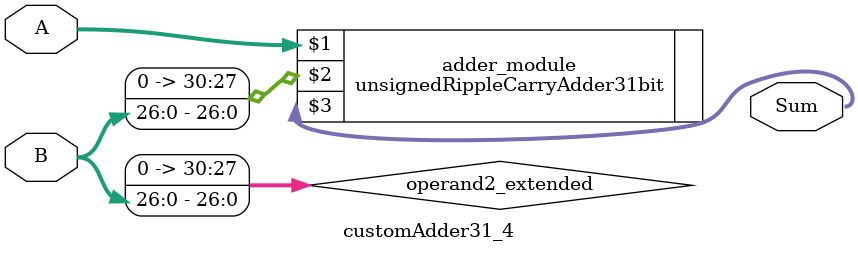
<source format=v>

module customAdder31_4(
                    input [30 : 0] A,
                    input [26 : 0] B,
                    
                    output [31 : 0] Sum
            );

    wire [30 : 0] operand2_extended;
    
    assign operand2_extended =  {4'b0, B};
    
    unsignedRippleCarryAdder31bit adder_module(
        A,
        operand2_extended,
        Sum
    );
    
endmodule
        
</source>
